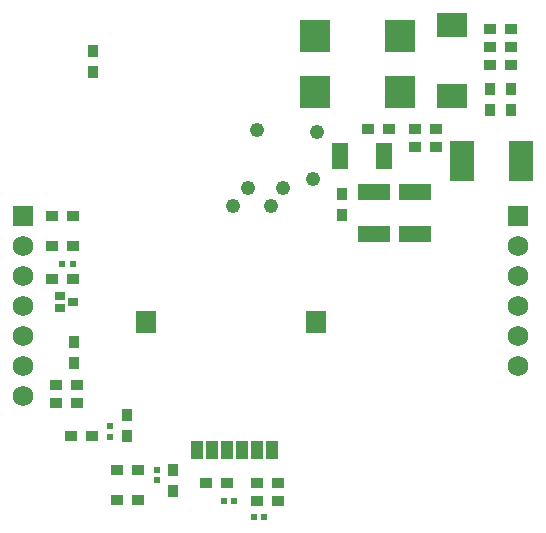
<source format=gbs>
%FSLAX25Y25*%
%MOIN*%
G70*
G01*
G75*
G04 Layer_Color=16711935*
%ADD10R,0.02500X0.02000*%
%ADD11R,0.02600X0.01800*%
%ADD12R,0.02756X0.02362*%
%ADD13R,0.01575X0.01181*%
%ADD14R,0.03937X0.01575*%
%ADD15R,0.03937X0.07874*%
%ADD16R,0.01800X0.02600*%
%ADD17R,0.11811X0.04213*%
%ADD18R,0.03000X0.03500*%
%ADD19R,0.03500X0.03000*%
%ADD20R,0.08661X0.04134*%
%ADD21R,0.04331X0.03937*%
%ADD22R,0.03937X0.04331*%
%ADD23R,0.04134X0.08661*%
%ADD24R,0.37008X0.27559*%
%ADD25O,0.08000X0.03100*%
%ADD26O,0.03100X0.08000*%
%ADD27R,0.02000X0.02500*%
%ADD28O,0.07087X0.02362*%
%ADD29O,0.02362X0.07087*%
%ADD30C,0.01500*%
%ADD31C,0.01000*%
%ADD32C,0.02000*%
%ADD33C,0.03000*%
%ADD34C,0.04000*%
%ADD35C,0.03150*%
%ADD36C,0.06000*%
%ADD37R,0.06000X0.06000*%
%ADD38C,0.02500*%
%ADD39C,0.04000*%
%ADD40R,0.04921X0.07874*%
%ADD41R,0.07087X0.12992*%
%ADD42R,0.09449X0.07087*%
%ADD43R,0.09843X0.04724*%
%ADD44R,0.05906X0.06693*%
%ADD45R,0.03150X0.05118*%
%ADD46R,0.01181X0.01575*%
%ADD47R,0.09449X0.10236*%
%ADD48C,0.07000*%
%ADD49C,0.06000*%
%ADD50C,0.00787*%
%ADD51C,0.00500*%
%ADD52C,0.01600*%
%ADD53C,0.00600*%
%ADD54C,0.00800*%
%ADD55R,0.02537X0.00700*%
%ADD56C,0.00100*%
%ADD57C,0.00700*%
%ADD58R,0.01181X0.08412*%
%ADD59R,0.11811X0.01300*%
%ADD60R,0.01870X0.17323*%
%ADD61R,0.13988X0.01000*%
%ADD62R,0.03300X0.02800*%
%ADD63R,0.03400X0.02600*%
%ADD64R,0.03556X0.03162*%
%ADD65R,0.02375X0.01981*%
%ADD66R,0.04737X0.02375*%
%ADD67R,0.04737X0.08674*%
%ADD68R,0.02600X0.03400*%
%ADD69R,0.12611X0.05013*%
%ADD70R,0.03800X0.04300*%
%ADD71R,0.04300X0.03800*%
%ADD72R,0.09461X0.04934*%
%ADD73R,0.05131X0.04737*%
%ADD74R,0.04737X0.05131*%
%ADD75R,0.04934X0.09461*%
%ADD76R,0.37808X0.28359*%
%ADD77O,0.08800X0.03900*%
%ADD78O,0.03900X0.08800*%
%ADD79R,0.02800X0.03300*%
%ADD80O,0.07887X0.03162*%
%ADD81O,0.03162X0.07887*%
%ADD82C,0.06800*%
%ADD83R,0.06800X0.06800*%
%ADD84C,0.04800*%
%ADD85R,0.05721X0.08674*%
%ADD86R,0.07887X0.13792*%
%ADD87R,0.10249X0.07887*%
%ADD88R,0.10642X0.05524*%
%ADD89R,0.06706X0.07493*%
%ADD90R,0.03950X0.05918*%
%ADD91R,0.01981X0.02375*%
%ADD92R,0.10249X0.11036*%
D63*
X18400Y76100D02*
D03*
Y80100D02*
D03*
X22500Y78100D02*
D03*
D65*
X34890Y33331D02*
D03*
Y36874D02*
D03*
X50500Y22343D02*
D03*
Y18800D02*
D03*
D70*
X161500Y149311D02*
D03*
X112355Y107187D02*
D03*
Y114187D02*
D03*
X55890Y15240D02*
D03*
Y22240D02*
D03*
X40700Y40374D02*
D03*
Y33374D02*
D03*
X29283Y161984D02*
D03*
Y154984D02*
D03*
X161500Y142311D02*
D03*
X168500Y149311D02*
D03*
Y142311D02*
D03*
X22926Y64800D02*
D03*
Y57800D02*
D03*
D71*
X17000Y44500D02*
D03*
X16900Y50600D02*
D03*
X23900D02*
D03*
X24000Y44500D02*
D03*
X22500Y85766D02*
D03*
X15500D02*
D03*
X83890Y17740D02*
D03*
X90890D02*
D03*
X83890Y11740D02*
D03*
X90890D02*
D03*
X28890Y33374D02*
D03*
X21890D02*
D03*
X44390Y12240D02*
D03*
X37390D02*
D03*
X73890Y17740D02*
D03*
X66890D02*
D03*
X168500Y163300D02*
D03*
X161500D02*
D03*
Y169300D02*
D03*
X168500D02*
D03*
X121000Y135800D02*
D03*
X128000D02*
D03*
X143500Y129800D02*
D03*
X136500D02*
D03*
X143500Y135800D02*
D03*
X136500D02*
D03*
X168500Y157300D02*
D03*
X161500D02*
D03*
X37390Y22343D02*
D03*
X44390D02*
D03*
X15500Y107000D02*
D03*
X22500D02*
D03*
X15500Y97000D02*
D03*
X22500D02*
D03*
D82*
X6000Y67000D02*
D03*
Y57000D02*
D03*
Y47000D02*
D03*
X171000Y87000D02*
D03*
Y67000D02*
D03*
Y57000D02*
D03*
Y77000D02*
D03*
Y97000D02*
D03*
X6000D02*
D03*
Y87000D02*
D03*
Y77000D02*
D03*
D83*
X171000Y107000D02*
D03*
X6000D02*
D03*
D84*
X80870Y116187D02*
D03*
X75907Y110087D02*
D03*
X102655Y119287D02*
D03*
X83800Y135466D02*
D03*
X104043Y134800D02*
D03*
X92681Y116187D02*
D03*
X88507Y110087D02*
D03*
D85*
X126382Y126800D02*
D03*
X111618D02*
D03*
D86*
X172000Y125100D02*
D03*
X152315D02*
D03*
D87*
X149000Y146989D02*
D03*
Y170611D02*
D03*
D88*
X136555Y114787D02*
D03*
Y101008D02*
D03*
X123055D02*
D03*
Y114787D02*
D03*
D89*
X47039Y71653D02*
D03*
X103732D02*
D03*
D90*
X68890Y28740D02*
D03*
X88890D02*
D03*
X78890D02*
D03*
X63890D02*
D03*
X73890D02*
D03*
X83890D02*
D03*
D91*
X72847Y11740D02*
D03*
X76390D02*
D03*
X22500Y90900D02*
D03*
X18957D02*
D03*
X82846Y6618D02*
D03*
X86390D02*
D03*
D92*
X103327Y148300D02*
D03*
X131673D02*
D03*
X103327Y166800D02*
D03*
X131673D02*
D03*
M02*

</source>
